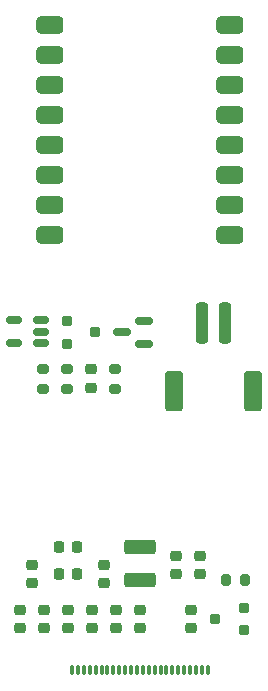
<source format=gbr>
%TF.GenerationSoftware,KiCad,Pcbnew,7.0.7*%
%TF.CreationDate,2023-08-25T22:45:50+10:00*%
%TF.ProjectId,SuperMini-EPD-Sheild,53757065-724d-4696-9e69-2d4550442d53,rev?*%
%TF.SameCoordinates,Original*%
%TF.FileFunction,Paste,Top*%
%TF.FilePolarity,Positive*%
%FSLAX46Y46*%
G04 Gerber Fmt 4.6, Leading zero omitted, Abs format (unit mm)*
G04 Created by KiCad (PCBNEW 7.0.7) date 2023-08-25 22:45:50*
%MOMM*%
%LPD*%
G01*
G04 APERTURE LIST*
G04 Aperture macros list*
%AMRoundRect*
0 Rectangle with rounded corners*
0 $1 Rounding radius*
0 $2 $3 $4 $5 $6 $7 $8 $9 X,Y pos of 4 corners*
0 Add a 4 corners polygon primitive as box body*
4,1,4,$2,$3,$4,$5,$6,$7,$8,$9,$2,$3,0*
0 Add four circle primitives for the rounded corners*
1,1,$1+$1,$2,$3*
1,1,$1+$1,$4,$5*
1,1,$1+$1,$6,$7*
1,1,$1+$1,$8,$9*
0 Add four rect primitives between the rounded corners*
20,1,$1+$1,$2,$3,$4,$5,0*
20,1,$1+$1,$4,$5,$6,$7,0*
20,1,$1+$1,$6,$7,$8,$9,0*
20,1,$1+$1,$8,$9,$2,$3,0*%
G04 Aperture macros list end*
%ADD10RoundRect,0.225000X0.225000X0.250000X-0.225000X0.250000X-0.225000X-0.250000X0.225000X-0.250000X0*%
%ADD11RoundRect,0.250000X-1.075000X0.375000X-1.075000X-0.375000X1.075000X-0.375000X1.075000X0.375000X0*%
%ADD12RoundRect,0.200000X-0.250000X-0.200000X0.250000X-0.200000X0.250000X0.200000X-0.250000X0.200000X0*%
%ADD13RoundRect,0.225000X-0.250000X0.225000X-0.250000X-0.225000X0.250000X-0.225000X0.250000X0.225000X0*%
%ADD14RoundRect,0.225000X0.250000X-0.225000X0.250000X0.225000X-0.250000X0.225000X-0.250000X-0.225000X0*%
%ADD15RoundRect,0.200000X0.250000X0.200000X-0.250000X0.200000X-0.250000X-0.200000X0.250000X-0.200000X0*%
%ADD16RoundRect,0.150000X0.587500X0.150000X-0.587500X0.150000X-0.587500X-0.150000X0.587500X-0.150000X0*%
%ADD17RoundRect,0.218750X0.256250X-0.218750X0.256250X0.218750X-0.256250X0.218750X-0.256250X-0.218750X0*%
%ADD18RoundRect,0.218750X-0.256250X0.218750X-0.256250X-0.218750X0.256250X-0.218750X0.256250X0.218750X0*%
%ADD19RoundRect,0.381000X-0.762000X-0.381000X0.762000X-0.381000X0.762000X0.381000X-0.762000X0.381000X0*%
%ADD20RoundRect,0.075000X-0.075000X0.325000X-0.075000X-0.325000X0.075000X-0.325000X0.075000X0.325000X0*%
%ADD21RoundRect,0.200000X0.275000X-0.200000X0.275000X0.200000X-0.275000X0.200000X-0.275000X-0.200000X0*%
%ADD22RoundRect,0.250000X-0.250000X-1.500000X0.250000X-1.500000X0.250000X1.500000X-0.250000X1.500000X0*%
%ADD23RoundRect,0.250001X-0.499999X-1.449999X0.499999X-1.449999X0.499999X1.449999X-0.499999X1.449999X0*%
%ADD24RoundRect,0.150000X0.512500X0.150000X-0.512500X0.150000X-0.512500X-0.150000X0.512500X-0.150000X0*%
%ADD25RoundRect,0.218750X0.218750X0.256250X-0.218750X0.256250X-0.218750X-0.256250X0.218750X-0.256250X0*%
%ADD26RoundRect,0.200000X0.200000X0.275000X-0.200000X0.275000X-0.200000X-0.275000X0.200000X-0.275000X0*%
G04 APERTURE END LIST*
D10*
%TO.C,C3*%
X45479000Y-84576000D03*
X43929000Y-84576000D03*
%TD*%
D11*
%TO.C,L1*%
X50800000Y-85090000D03*
X50800000Y-82290000D03*
%TD*%
D12*
%TO.C,Q1*%
X46990000Y-64135000D03*
X44590000Y-65085000D03*
X44590000Y-63185000D03*
%TD*%
D13*
%TO.C,C4*%
X50800000Y-87611000D03*
X50800000Y-89161000D03*
%TD*%
D14*
%TO.C,C8*%
X42672000Y-89161000D03*
X42672000Y-87611000D03*
%TD*%
D15*
%TO.C,Q2*%
X59557000Y-89336000D03*
X59557000Y-87436000D03*
X57157000Y-88386000D03*
%TD*%
D16*
%TO.C,U3*%
X49286038Y-64138500D03*
X51161038Y-63188500D03*
X51161038Y-65088500D03*
%TD*%
D17*
%TO.C,D3*%
X47752000Y-83814000D03*
X47752000Y-85389000D03*
%TD*%
D14*
%TO.C,C6*%
X46736000Y-89174000D03*
X46736000Y-87624000D03*
%TD*%
D18*
%TO.C,D1*%
X41656000Y-83814000D03*
X41656000Y-85389000D03*
%TD*%
D13*
%TO.C,C9*%
X40640000Y-87624000D03*
X40640000Y-89174000D03*
%TD*%
D19*
%TO.C,U1*%
X43180000Y-38100000D03*
X43180000Y-40640000D03*
X43180000Y-43180000D03*
X43180000Y-45720000D03*
X43180000Y-48260000D03*
X43180000Y-50800000D03*
X43180000Y-53340000D03*
X43180000Y-55880000D03*
X58420000Y-38100000D03*
X58420000Y-40640000D03*
X58420000Y-43180000D03*
X58420000Y-45720000D03*
X58420000Y-48260000D03*
X58420000Y-50800000D03*
X58420000Y-53340000D03*
X58420000Y-55880000D03*
%TD*%
D17*
%TO.C,D4*%
X46622000Y-67249000D03*
X46622000Y-68824000D03*
%TD*%
D20*
%TO.C,J1*%
X56530000Y-92710000D03*
X56030000Y-92710000D03*
X55530000Y-92710000D03*
X55030000Y-92710000D03*
X54530000Y-92710000D03*
X54030000Y-92710000D03*
X53530000Y-92710000D03*
X53030000Y-92710000D03*
X52530000Y-92710000D03*
X52030000Y-92710000D03*
X51530000Y-92710000D03*
X51030000Y-92710000D03*
X50530000Y-92710000D03*
X50030000Y-92710000D03*
X49530000Y-92710000D03*
X49030000Y-92710000D03*
X48530000Y-92710000D03*
X48030000Y-92710000D03*
X47530000Y-92710000D03*
X47030000Y-92710000D03*
X46530000Y-92710000D03*
X46030000Y-92710000D03*
X45530000Y-92710000D03*
X45030000Y-92710000D03*
%TD*%
D21*
%TO.C,R2*%
X48654000Y-67249000D03*
X48654000Y-68899000D03*
%TD*%
D22*
%TO.C,BT1*%
X56020000Y-63328000D03*
X58020000Y-63328000D03*
D23*
X53670000Y-69078000D03*
X60370000Y-69078000D03*
%TD*%
D24*
%TO.C,U2*%
X40140000Y-65018500D03*
X40140000Y-63118500D03*
X42415000Y-63118500D03*
X42415000Y-64068500D03*
X42415000Y-65018500D03*
%TD*%
D21*
%TO.C,R4*%
X44590000Y-67249000D03*
X44590000Y-68899000D03*
%TD*%
D13*
%TO.C,C10*%
X55118000Y-87611000D03*
X55118000Y-89161000D03*
%TD*%
%TO.C,C5*%
X48768000Y-87611000D03*
X48768000Y-89161000D03*
%TD*%
D25*
%TO.C,D2*%
X43916500Y-82290000D03*
X45491500Y-82290000D03*
%TD*%
D13*
%TO.C,C2*%
X55880000Y-83052000D03*
X55880000Y-84602000D03*
%TD*%
D26*
%TO.C,R1*%
X59690000Y-85084000D03*
X58040000Y-85084000D03*
%TD*%
D21*
%TO.C,R3*%
X42558000Y-67249000D03*
X42558000Y-68899000D03*
%TD*%
D13*
%TO.C,C7*%
X44704000Y-87611000D03*
X44704000Y-89161000D03*
%TD*%
%TO.C,C1*%
X53848000Y-83052000D03*
X53848000Y-84602000D03*
%TD*%
M02*

</source>
